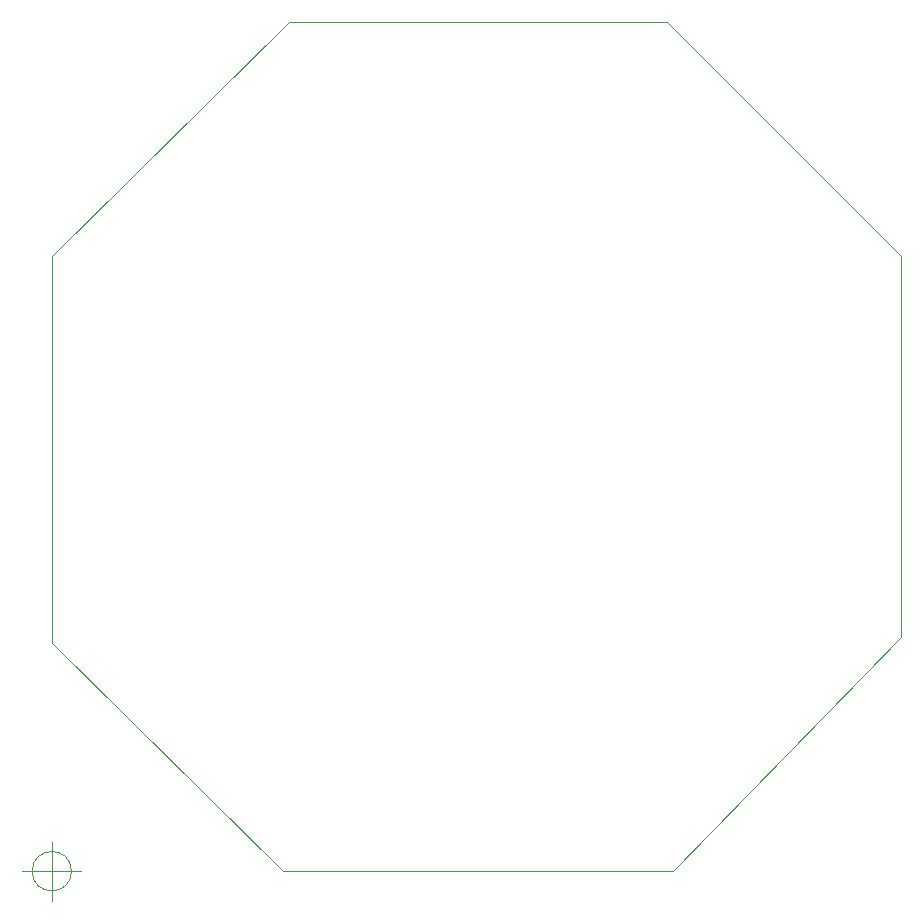
<source format=gbr>
G04 #@! TF.GenerationSoftware,KiCad,Pcbnew,(5.1.4)-1*
G04 #@! TF.CreationDate,2022-03-16T14:08:13+00:00*
G04 #@! TF.ProjectId,Swarm-B,53776172-6d2d-4422-9e6b-696361645f70,rev?*
G04 #@! TF.SameCoordinates,Original*
G04 #@! TF.FileFunction,Profile,NP*
%FSLAX46Y46*%
G04 Gerber Fmt 4.6, Leading zero omitted, Abs format (unit mm)*
G04 Created by KiCad (PCBNEW (5.1.4)-1) date 2022-03-16 14:08:13*
%MOMM*%
%LPD*%
G04 APERTURE LIST*
%ADD10C,0.050000*%
%ADD11C,0.120000*%
G04 APERTURE END LIST*
D10*
X84470666Y-130048000D02*
G75*
G03X84470666Y-130048000I-1666666J0D01*
G01*
X80304000Y-130048000D02*
X85304000Y-130048000D01*
X82804000Y-127548000D02*
X82804000Y-132548000D01*
D11*
X82804000Y-77978000D02*
X102870000Y-58166000D01*
X82804000Y-110744000D02*
X82804000Y-77978000D01*
X102362000Y-130048000D02*
X82804000Y-110744000D01*
X135382000Y-130048000D02*
X102362000Y-130048000D01*
X154686000Y-110236000D02*
X135382000Y-130048000D01*
X154686000Y-77978000D02*
X154686000Y-110236000D01*
X134874000Y-58166000D02*
X154686000Y-77978000D01*
X102870000Y-58166000D02*
X134874000Y-58166000D01*
M02*

</source>
